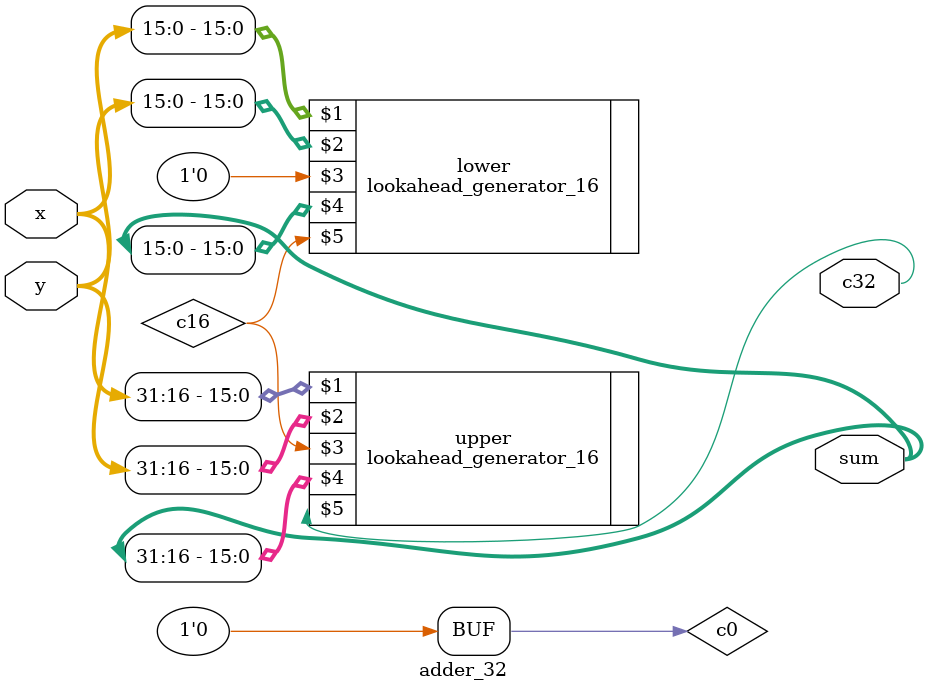
<source format=v>
`include "src/alu/lookahead_generator_16.v"

module adder_32(
    input wire [31:0] x,y,

    output wire [31:0] sum,
    output wire c32
);

wire c16;

wire c0 = 0;

lookahead_generator_16 lower(
    x[15:0],y[15:0],c0,
    sum[15:0],c16
);

lookahead_generator_16 upper(
    x[31:16],y[31:16],c16,
    sum[31:16],c32
);

endmodule
</source>
